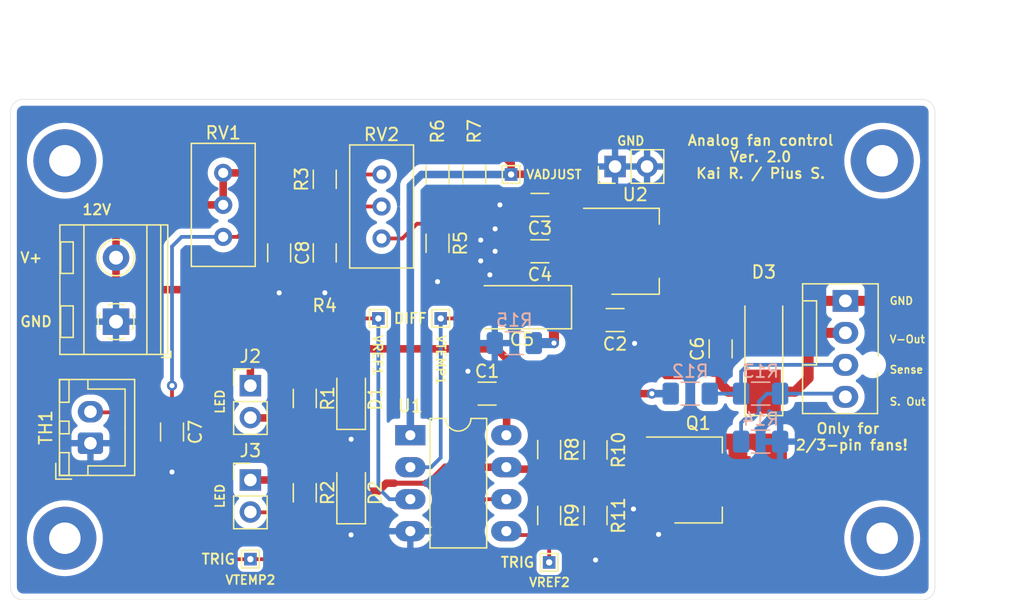
<source format=kicad_pcb>
(kicad_pcb (version 20211014) (generator pcbnew)
  (title_block (rev "1"))
  (layers (0 "F.Cu" signal "Front") (31 "B.Cu" signal "Back") (34 "B.Paste" user) (35 "F.Paste" user) (36 "B.SilkS" user "B.Silkscreen") (37 "F.SilkS" user "F.Silkscreen") (38 "B.Mask" user) (39 "F.Mask" user) (44 "Edge.Cuts" user))
  (net 0 "")
  (net 1 "GND")
  (net 2 "+12V")
  (net 3 "/SIG-Ref")
  (net 4 "/V-OUT")
  (net 5 "Net-(D1-Pad2)")
  (net 6 "Net-(J2-Pad2)")
  (net 7 "Net-(D2-Pad2)")
  (net 8 "/SIG_REF_TRIG")
  (net 9 "Net-(J3-Pad2)")
  (net 10 "Net-(R5-Pad1)")
  (net 11 "/SIG_Adjust")
  (net 12 "/SIG_TEMP(-)")
  (net 13 "/SIG_Temp")
  (net 14 "/SIG_REF(+)")
  (net 15 "Net-(Q1-Pad1)")
  (net 16 "/TRIG_ON_OFF")
  (net 17 "/Sense_Out")
  (net 18 "/Sense")
  (net 19 "Net-(C6-Pad2)")
  (footprint "Capacitor_SMD:C_1206_3216Metric_Pad1.33x1.80mm_HandSolder" (layer "F.Cu") (at 69.596 47.498 180)
    (fp_text reference "C3" (at 0 -1.85) (layer "F.SilkS"))
    (fp_text value "1u")
    (pad "1" smd roundrect (at -1.5625 0 180) (size 1.325 1.8) (layers "F.Cu" "F.Paste" "F.Mask") (roundrect_rratio 0.188679) (net 11 "/SIG_Adjust"))
    (pad "2" smd roundrect (at 1.5625 0 180) (size 1.325 1.8) (layers "F.Cu" "F.Paste" "F.Mask") (roundrect_rratio 0.188679) (net 1 "GND"))
  )
  (footprint "Resistor_SMD:R_1206_3216Metric_Pad1.30x1.75mm_HandSolder" (layer "F.Cu") (at 70.3326 66.929 -90)
    (fp_text reference "R8" (at 0 -1.82 90) (layer "F.SilkS"))
    (fp_text value "10k")
    (pad "1" smd roundrect (at -1.55 0 270) (size 1.3 1.75) (layers "F.Cu" "F.Paste" "F.Mask") (roundrect_rratio 0.192308) (net 15 "Net-(Q1-Pad1)"))
    (pad "2" smd roundrect (at 1.55 0 270) (size 1.3 1.75) (layers "F.Cu" "F.Paste" "F.Mask") (roundrect_rratio 0.192308) (net 16 "/TRIG_ON_OFF"))
  )
  (footprint "Potentiometer_THT:Potentiometer_Bourns_3296W_Vertical" (layer "F.Cu") (at 44.45 44.958 90)
    (fp_text reference "RV1" (at 3.175 0 180) (layer "F.SilkS"))
    (fp_text value "10k")
    (pad "1" thru_hole circle (at 0 0 90) (size 1.44 1.44) (drill 0.8) (layers *.Cu *.Mask) (net 2 "+12V"))
    (pad "2" thru_hole circle (at -2.54 0 90) (size 1.44 1.44) (drill 0.8) (layers *.Cu *.Mask) (net 2 "+12V"))
    (pad "3" thru_hole circle (at -5.08 0 90) (size 1.44 1.44) (drill 0.8) (layers *.Cu *.Mask) (net 13 "/SIG_Temp"))
  )
  (footprint "Capacitor_SMD:C_1206_3216Metric_Pad1.33x1.80mm_HandSolder" (layer "F.Cu") (at 75.565 56.642)
    (fp_text reference "C2" (at 0 1.905) (layer "F.SilkS"))
    (fp_text value "100n")
    (pad "1" smd roundrect (at -1.5625 0) (size 1.325 1.8) (layers "F.Cu" "F.Paste" "F.Mask") (roundrect_rratio 0.188679) (net 2 "+12V"))
    (pad "2" smd roundrect (at 1.5625 0) (size 1.325 1.8) (layers "F.Cu" "F.Paste" "F.Mask") (roundrect_rratio 0.188679) (net 1 "GND"))
  )
  (footprint "Potentiometer_THT:Potentiometer_Bourns_3296W_Vertical" (layer "F.Cu") (at 57.023 45.085 90)
    (fp_text reference "RV2" (at 3.175 0 180) (layer "F.SilkS"))
    (fp_text value "20k")
    (pad "1" thru_hole circle (at 0 0 90) (size 1.44 1.44) (drill 0.8) (layers *.Cu *.Mask) (net 3 "/SIG-Ref"))
    (pad "2" thru_hole circle (at -2.54 0 90) (size 1.44 1.44) (drill 0.8) (layers *.Cu *.Mask) (net 14 "/SIG_REF(+)"))
    (pad "3" thru_hole circle (at -5.08 0 90) (size 1.44 1.44) (drill 0.8) (layers *.Cu *.Mask) (net 10 "Net-(R5-Pad1)"))
  )
  (footprint "MountingHole:MountingHole_2.5mm_Pad" (layer "F.Cu") (at 96.774 43.9928)
    (fp_text reference "H2" hide)
    (fp_text value "MountingHole")
    (pad "1" thru_hole circle locked (at 0 0) (size 5 5) (drill 2.5) (layers *.Cu *.Mask))
  )
  (footprint "TerminalBlock_RND:TerminalBlock_RND_205-00232_1x02_P5.08mm_Horizontal" (layer "F.Cu") (at 35.941 56.769 90)
    (fp_text reference "J1" hide)
    (fp_text value "Conn_01x02")
    (pad "1" thru_hole rect locked (at 0 0 90) (size 2.1 2.1) (drill 1.1) (layers *.Cu *.Mask) (net 1 "GND"))
    (pad "2" thru_hole circle locked (at 5.08 0 90) (size 2.1 2.1) (drill 1.1) (layers *.Cu *.Mask) (net 2 "+12V"))
  )
  (footprint "Resistor_SMD:R_1206_3216Metric_Pad1.30x1.75mm_HandSolder" (layer "F.Cu") (at 70.3326 72.162 -90)
    (fp_text reference "R9" (at 0 -1.82 90) (layer "F.SilkS"))
    (fp_text value "270k")
    (pad "1" smd roundrect (at -1.55 0 270) (size 1.3 1.75) (layers "F.Cu" "F.Paste" "F.Mask") (roundrect_rratio 0.192308) (net 16 "/TRIG_ON_OFF"))
    (pad "2" smd roundrect (at 1.55 0 270) (size 1.3 1.75) (layers "F.Cu" "F.Paste" "F.Mask") (roundrect_rratio 0.192308) (net 8 "/SIG_REF_TRIG"))
  )
  (footprint "Resistor_SMD:R_1206_3216Metric_Pad1.30x1.75mm_HandSolder" (layer "F.Cu") (at 74.0156 72.162 -90)
    (fp_text reference "R11" (at 0 -1.82 90) (layer "F.SilkS"))
    (fp_text value "56k")
    (pad "1" smd roundrect (at -1.55 0 270) (size 1.3 1.75) (layers "F.Cu" "F.Paste" "F.Mask") (roundrect_rratio 0.192308) (net 8 "/SIG_REF_TRIG"))
    (pad "2" smd roundrect (at 1.55 0 270) (size 1.3 1.75) (layers "F.Cu" "F.Paste" "F.Mask") (roundrect_rratio 0.192308) (net 1 "GND"))
  )
  (footprint "Resistor_SMD:R_1206_3216Metric_Pad1.30x1.75mm_HandSolder" (layer "F.Cu") (at 74.0156 66.955 -90)
    (fp_text reference "R10" (at 0 -1.82 90) (layer "F.SilkS"))
    (fp_text value "47k")
    (pad "1" smd roundrect (at -1.55 0 270) (size 1.3 1.75) (layers "F.Cu" "F.Paste" "F.Mask") (roundrect_rratio 0.192308) (net 2 "+12V"))
    (pad "2" smd roundrect (at 1.55 0 270) (size 1.3 1.75) (layers "F.Cu" "F.Paste" "F.Mask") (roundrect_rratio 0.192308) (net 8 "/SIG_REF_TRIG"))
  )
  (footprint "TestPoint:TestPoint_THTPad_1.0x1.0mm_Drill0.5mm" (layer "F.Cu") (at 46.609 75.6285)
    (fp_text reference "TP5" hide)
    (fp_text value "TestPoint" hide)
    (pad "1" thru_hole rect (at 0 0) (size 1 1) (drill 0.5) (layers *.Cu *.Mask) (net 13 "/SIG_Temp"))
  )
  (footprint "TestPoint:TestPoint_THTPad_1.0x1.0mm_Drill0.5mm" (layer "F.Cu") (at 70.3326 75.8825)
    (fp_text reference "TP4" hide)
    (fp_text value "TestPoint" hide)
    (pad "1" thru_hole rect (at 0 0) (size 1 1) (drill 0.5) (layers *.Cu *.Mask) (net 8 "/SIG_REF_TRIG"))
  )
  (footprint "Resistor_SMD:R_1206_3216Metric_Pad1.30x1.75mm_HandSolder" (layer "F.Cu") (at 64.389 45.085 -90)
    (fp_text reference "R7" (at -3.429 0 90) (layer "F.SilkS"))
    (fp_text value "68k")
    (pad "1" smd roundrect (at -1.55 0 270) (size 1.3 1.75) (layers "F.Cu" "F.Paste" "F.Mask") (roundrect_rratio 0.192308) (net 11 "/SIG_Adjust"))
    (pad "2" smd roundrect (at 1.55 0 270) (size 1.3 1.75) (layers "F.Cu" "F.Paste" "F.Mask") (roundrect_rratio 0.192308) (net 12 "/SIG_TEMP(-)"))
  )
  (footprint "Resistor_SMD:R_1206_3216Metric_Pad1.30x1.75mm_HandSolder" (layer "F.Cu") (at 61.468 50.546 -90)
    (fp_text reference "R5" (at 0 -1.82 90) (layer "F.SilkS"))
    (fp_text value "82k")
    (pad "1" smd roundrect (at -1.55 0 270) (size 1.3 1.75) (layers "F.Cu" "F.Paste" "F.Mask") (roundrect_rratio 0.192308) (net 10 "Net-(R5-Pad1)"))
    (pad "2" smd roundrect (at 1.55 0 270) (size 1.3 1.75) (layers "F.Cu" "F.Paste" "F.Mask") (roundrect_rratio 0.192308) (net 1 "GND"))
  )
  (footprint "MountingHole:MountingHole_2.5mm_Pad" (layer "F.Cu") (at 31.877 73.9648)
    (fp_text reference "H3" hide)
    (fp_text value "MountingHole")
    (pad "1" thru_hole circle locked (at 0 0) (size 5 5) (drill 2.5) (layers *.Cu *.Mask))
  )
  (footprint "TestPoint:TestPoint_THTPad_1.0x1.0mm_Drill0.5mm" (layer "F.Cu") (at 67.31 45.085)
    (fp_text reference "TP3" hide)
    (fp_text value "TestPoint" hide)
    (pad "1" thru_hole rect (at 0 0) (size 1 1) (drill 0.5) (layers *.Cu *.Mask) (net 11 "/SIG_Adjust"))
  )
  (footprint "Connector_PinHeader_2.54mm:PinHeader_1x02_P2.54mm_Vertical" (layer "F.Cu") (at 46.609 69.342)
    (fp_text reference "J3" (at 0 -2.33) (layer "F.SilkS"))
    (fp_text value "Conn_01x02")
    (pad "1" thru_hole rect (at 0 0) (size 1.7 1.7) (drill 1) (layers *.Cu *.Mask) (net 16 "/TRIG_ON_OFF"))
    (pad "2" thru_hole oval (at 0 2.54) (size 1.7 1.7) (drill 1) (layers *.Cu *.Mask) (net 9 "Net-(J3-Pad2)"))
  )
  (footprint "Connector_JST:JST_XH_B2B-XH-A_1x02_P2.50mm_Vertical" (layer "F.Cu") (at 33.909 66.421 90)
    (fp_text reference "TH1" (at 1.25 -3.55 90) (layer "F.SilkS"))
    (fp_text value "10k")
    (pad "1" thru_hole roundrect locked (at 0 0 90) (size 1.7 2) (drill 1) (layers *.Cu *.Mask) (roundrect_rratio 0.147059) (net 1 "GND"))
    (pad "2" thru_hole oval locked (at 2.5 0 90) (size 1.7 2) (drill 1) (layers *.Cu *.Mask) (net 13 "/SIG_Temp"))
  )
  (footprint "Package_TO_SOT_SMD:SOT-223-3_TabPin2" (layer "F.Cu") (at 82.169 69.342)
    (fp_text reference "Q1" (at 0 -4.5) (layer "F.SilkS"))
    (fp_text value "BCP56")
    (pad "1" smd rect (at -3.15 -2.3) (size 2 1.5) (layers "F.Cu" "F.Paste" "F.Mask") (net 15 "Net-(Q1-Pad1)"))
    (pad "2" smd rect (at -3.15 0) (size 2 1.5) (layers "F.Cu" "F.Paste" "F.Mask") (net 19 "Net-(C6-Pad2)"))
    (pad "2" smd rect (at 3.15 0) (size 2 3.8) (layers "F.Cu" "F.Paste" "F.Mask") (net 19 "Net-(C6-Pad2)"))
    (pad "3" smd rect (at -3.15 2.3) (size 2 1.5) (layers "F.Cu" "F.Paste" "F.Mask") (net 1 "GND"))
  )
  (footprint "LED_SMD:LED_1206_3216Metric_Pad1.42x1.75mm_HandSolder" (layer "F.Cu") (at 54.61 70.358 90)
    (fp_text reference "D2" (at 0 1.905 90) (layer "F.SilkS"))
    (fp_text value "LED")
    (pad "1" smd roundrect (at -1.4875 0 90) (size 1.425 1.75) (layers "F.Cu" "F.Paste" "F.Mask") (roundrect_rratio 0.175439) (net 1 "GND"))
    (pad "2" smd roundrect (at 1.4875 0 90) (size 1.425 1.75) (layers "F.Cu" "F.Paste" "F.Mask") (roundrect_rratio 0.175439) (net 7 "Net-(D2-Pad2)"))
  )
  (footprint "Resistor_SMD:R_1206_3216Metric_Pad1.30x1.75mm_HandSolder" (layer "F.Cu") (at 50.927 70.358 -90)
    (fp_text reference "R2" (at 0 -1.82 90) (layer "F.SilkS"))
    (fp_text value "15k")
    (pad "1" smd roundrect (at -1.55 0 270) (size 1.3 1.75) (layers "F.Cu" "F.Paste" "F.Mask") (roundrect_rratio 0.192308) (net 7 "Net-(D2-Pad2)"))
    (pad "2" smd roundrect (at 1.55 0 270) (size 1.3 1.75) (layers "F.Cu" "F.Paste" "F.Mask") (roundrect_rratio 0.192308) (net 9 "Net-(J3-Pad2)"))
  )
  (footprint "LED_SMD:LED_1206_3216Metric_Pad1.42x1.75mm_HandSolder" (layer "F.Cu") (at 54.61 62.865 90)
    (fp_text reference "D1" (at 0 1.905 90) (layer "F.SilkS"))
    (fp_text value "LED")
    (pad "1" smd roundrect (at -1.4875 0 90) (size 1.425 1.75) (layers "F.Cu" "F.Paste" "F.Mask") (roundrect_rratio 0.175439) (net 1 "GND"))
    (pad "2" smd roundrect (at 1.4875 0 90) (size 1.425 1.75) (layers "F.Cu" "F.Paste" "F.Mask") (roundrect_rratio 0.175439) (net 5 "Net-(D1-Pad2)"))
  )
  (footprint "Resistor_SMD:R_1206_3216Metric_Pad1.30x1.75mm_HandSolder" (layer "F.Cu") (at 50.927 62.865 -90)
    (fp_text reference "R1" (at 0 -1.82 90) (layer "F.SilkS"))
    (fp_text value "15k")
    (pad "1" smd roundrect (at -1.55 0 270) (size 1.3 1.75) (layers "F.Cu" "F.Paste" "F.Mask") (roundrect_rratio 0.192308) (net 5 "Net-(D1-Pad2)"))
    (pad "2" smd roundrect (at 1.55 0 270) (size 1.3 1.75) (layers "F.Cu" "F.Paste" "F.Mask") (roundrect_rratio 0.192308) (net 6 "Net-(J2-Pad2)"))
  )
  (footprint "Capacitor_SMD:C_1206_3216Metric_Pad1.33x1.80mm_HandSolder" (layer "F.Cu") (at 65.405 62.484 180)
    (fp_text reference "C1" (at 0 1.778) (layer "F.SilkS"))
    (fp_text value "100n")
    (pad "1" smd roundrect (at -1.5625 0 180) (size 1.325 1.8) (layers "F.Cu" "F.Paste" "F.Mask") (roundrect_rratio 0.188679) (net 2 "+12V"))
    (pad "2" smd roundrect (at 1.5625 0 180) (size 1.325 1.8) (layers "F.Cu" "F.Paste" "F.Mask") (roundrect_rratio 0.188679) (net 1 "GND"))
  )
  (footprint "Package_DIP:DIP-8_W7.62mm_LongPads" (layer "F.Cu") (at 59.309 65.786)
    (fp_text reference "U1" (at 0 -2.33) (layer "F.SilkS"))
    (fp_text value "LM358")
    (pad "1" thru_hole rect (at 0 0) (size 2.4 1.6) (drill 0.8) (layers *.Cu *.Mask) (net 11 "/SIG_Adjust"))
    (pad "2" thru_hole oval (at 0 2.54) (size 2.4 1.6) (drill 0.8) (layers *.Cu *.Mask) (net 12 "/SIG_TEMP(-)"))
    (pad "3" thru_hole oval (at 0 5.08) (size 2.4 1.6) (drill 0.8) (layers *.Cu *.Mask) (net 14 "/SIG_REF(+)"))
    (pad "4" thru_hole oval (at 0 7.62) (size 2.4 1.6) (drill 0.8) (layers *.Cu *.Mask) (net 1 "GND"))
    (pad "5" thru_hole oval (at 7.62 7.62) (size 2.4 1.6) (drill 0.8) (layers *.Cu *.Mask) (net 8 "/SIG_REF_TRIG"))
    (pad "6" thru_hole oval (at 7.62 5.08) (size 2.4 1.6) (drill 0.8) (layers *.Cu *.Mask) (net 13 "/SIG_Temp"))
    (pad "7" thru_hole oval (at 7.62 2.54) (size 2.4 1.6) (drill 0.8) (layers *.Cu *.Mask) (net 16 "/TRIG_ON_OFF"))
    (pad "8" thru_hole oval (at 7.62 0) (size 2.4 1.6) (drill 0.8) (layers *.Cu *.Mask) (net 2 "+12V"))
  )
  (footprint "MountingHole:MountingHole_2.5mm_Pad" (layer "F.Cu") (at 96.774 73.9648)
    (fp_text reference "H4" hide)
    (fp_text value "MountingHole")
    (pad "1" thru_hole circle locked (at 0 0) (size 5 5) (drill 2.5) (layers *.Cu *.Mask))
  )
  (footprint "MountingHole:MountingHole_2.5mm_Pad" (layer "F.Cu") (at 31.877 43.9928)
    (fp_text reference "H1" hide)
    (fp_text value "MountingHole")
    (pad "1" thru_hole circle locked (at 0 0) (size 5 5) (drill 2.5) (layers *.Cu *.Mask))
  )
  (footprint "Connector:FanPinHeader_1x04_P2.54mm_Vertical" (layer "F.Cu") (at 93.853 55.118 -90)
    (fp_text reference "J4" hide)
    (fp_text value "Conn_01x04_Male")
    (pad "" np_thru_hole circle locked (at 5.08 -2.16) (size 1.1 1.1) (drill 1.1) (layers *.Cu *.Mask))
    (pad "1" thru_hole rect locked (at 0 0) (size 2.03 1.73) (drill 1.02) (layers *.Cu *.Mask) (net 19 "Net-(C6-Pad2)"))
    (pad "2" thru_hole oval locked (at 2.54 0) (size 2.03 1.73) (drill 1.02) (layers *.Cu *.Mask) (net 4 "/V-OUT"))
    (pad "3" thru_hole oval locked (at 5.08 0) (size 2.03 1.73) (drill 1.02) (layers *.Cu *.Mask) (net 18 "/Sense"))
    (pad "4" thru_hole oval locked (at 7.62 0) (size 2.03 1.73) (drill 1.02) (layers *.Cu *.Mask) (net 17 "/Sense_Out"))
  )
  (footprint "Diode_SMD:D_MELF_Handsoldering" (layer "F.Cu") (at 87.376 58.928 90)
    (fp_text reference "D3" (at 6.096 0 180) (layer "F.SilkS"))
    (fp_text value "1N4001")
    (pad "1" smd rect (at -3.4 0 90) (size 3.5 2.7) (layers "F.Cu" "F.Paste" "F.Mask") (net 4 "/V-OUT"))
    (pad "2" smd rect (at 3.4 0 90) (size 3.5 2.7) (layers "F.Cu" "F.Paste" "F.Mask") (net 19 "Net-(C6-Pad2)"))
  )
  (footprint "TestPoint:TestPoint_THTPad_1.0x1.0mm_Drill0.5mm" (layer "F.Cu") (at 56.769 56.515)
    (fp_text reference "TP2" hide)
    (fp_text value "TestPoint")
    (pad "1" thru_hole rect (at 0 0) (size 1 1) (drill 0.5) (layers *.Cu *.Mask) (net 14 "/SIG_REF(+)"))
  )
  (footprint "Capacitor_SMD:C_1206_3216Metric_Pad1.33x1.80mm_HandSolder" (layer "F.Cu") (at 83.947 58.928 90)
    (fp_text reference "C6" (at 0 -1.85 90) (layer "F.SilkS"))
    (fp_text value "100n")
    (pad "1" smd roundrect (at -1.5625 0 90) (size 1.325 1.8) (layers "F.Cu" "F.Paste" "F.Mask") (roundrect_rratio 0.188679) (net 4 "/V-OUT"))
    (pad "2" smd roundrect (at 1.5625 0 90) (size 1.325 1.8) (layers "F.Cu" "F.Paste" "F.Mask") (roundrect_rratio 0.188679) (net 19 "Net-(C6-Pad2)"))
  )
  (footprint "Capacitor_SMD:C_1206_3216Metric_Pad1.33x1.80mm_HandSolder" (layer "F.Cu") (at 40.386 65.532 -90)
    (fp_text reference "C7" (at 0 -1.85 90) (layer "F.SilkS"))
    (fp_text value "10n")
    (pad "1" smd roundrect (at -1.5625 0 270) (size 1.325 1.8) (layers "F.Cu" "F.Paste" "F.Mask") (roundrect_rratio 0.188679) (net 13 "/SIG_Temp"))
    (pad "2" smd roundrect (at 1.5625 0 270) (size 1.325 1.8) (layers "F.Cu" "F.Paste" "F.Mask") (roundrect_rratio 0.188679) (net 1 "GND"))
  )
  (footprint "Resistor_SMD:R_1206_3216Metric_Pad1.30x1.75mm_HandSolder" (layer "F.Cu") (at 52.51196 51.31054 -90)
    (fp_text reference "R4" (at 4.18846 0.01016 180) (layer "F.SilkS"))
    (fp_text value "100k")
    (pad "1" smd roundrect (at -1.55 0 270) (size 1.3 1.75) (layers "F.Cu" "F.Paste" "F.Mask") (roundrect_rratio 0.192308) (net 3 "/SIG-Ref"))
    (pad "2" smd roundrect (at 1.55 0 270) (size 1.3 1.75) (layers "F.Cu" "F.Paste" "F.Mask") (roundrect_rratio 0.192308) (net 1 "GND"))
  )
  (footprint "Connector_PinHeader_2.54mm:PinHeader_1x02_P2.54mm_Vertical" (layer "F.Cu") (at 46.609 61.849)
    (fp_text reference "J2" (at 0 -2.33) (layer "F.SilkS"))
    (fp_text value "Conn_01x02")
    (pad "1" thru_hole rect (at 0 0) (size 1.7 1.7) (drill 1) (layers *.Cu *.Mask) (net 2 "+12V"))
    (pad "2" thru_hole oval (at 0 2.54) (size 1.7 1.7) (drill 1) (layers *.Cu *.Mask) (net 6 "Net-(J2-Pad2)"))
  )
  (footprint "Resistor_SMD:R_1206_3216Metric_Pad1.30x1.75mm_HandSolder" (layer "F.Cu") (at 52.5145 45.466 -90)
    (fp_text reference "R3" (at 0 1.8415 90) (layer "F.SilkS"))
    (fp_text value "47k")
    (pad "1" smd roundrect (at -1.55 0 270) (size 1.3 1.75) (layers "F.Cu" "F.Paste" "F.Mask") (roundrect_rratio 0.192308) (net 2 "+12V"))
    (pad "2" smd roundrect (at 1.55 0 270) (size 1.3 1.75) (layers "F.Cu" "F.Paste" "F.Mask") (roundrect_rratio 0.192308) (net 3 "/SIG-Ref"))
  )
  (footprint "TestPoint:TestPoint_THTPad_1.0x1.0mm_Drill0.5mm" (layer "F.Cu") (at 61.722 56.515)
    (fp_text reference "TP1" hide)
    (fp_text value "TestPoint" hide)
    (pad "1" thru_hole rect (at 0 0) (size 1 1) (drill 0.5) (layers *.Cu *.Mask) (net 12 "/SIG_TEMP(-)"))
  )
  (footprint "Package_TO_SOT_SMD:SOT-223-3_TabPin2" (layer "F.Cu") (at 77.1652 51.181)
    (fp_text reference "U2" (at 0 -4.5) (layer "F.SilkS"))
    (fp_text value "LM317_SOT-223")
    (pad "1" smd rect (at -3.15 -2.3) (size 2 1.5) (layers "F.Cu" "F.Paste" "F.Mask") (net 11 "/SIG_Adjust"))
    (pad "2" smd rect (at -3.15 0) (size 2 1.5) (layers "F.Cu" "F.Paste" "F.Mask") (net 4 "/V-OUT"))
    (pad "2" smd rect (at 3.15 0) (size 2 3.8) (layers "F.Cu" "F.Paste" "F.Mask") (net 4 "/V-OUT"))
    (pad "3" smd rect (at -3.15 2.3) (size 2 1.5) (layers "F.Cu" "F.Paste" "F.Mask") (net 2 "+12V"))
  )
  (footprint "Capacitor_SMD:C_1206_3216Metric_Pad1.33x1.80mm_HandSolder" (layer "F.Cu") (at 48.895 51.308 -90)
    (fp_text reference "C8" (at 0 -1.85 90) (layer "F.SilkS"))
    (fp_text value "10n")
    (pad "1" smd roundrect (at -1.5625 0 270) (size 1.325 1.8) (layers "F.Cu" "F.Paste" "F.Mask") (roundrect_rratio 0.188679) (net 3 "/SIG-Ref"))
    (pad "2" smd roundrect (at 1.5625 0 270) (size 1.325 1.8) (layers "F.Cu" "F.Paste" "F.Mask") (roundrect_rratio 0.188679) (net 1 "GND"))
  )
  (footprint "Resistor_SMD:R_1206_3216Metric_Pad1.30x1.75mm_HandSolder" (layer "F.Cu") (at 61.468 45.085 -90)
    (fp_text reference "R6" (at -3.429 0 90) (layer "F.SilkS"))
    (fp_text value "33k")
    (pad "1" smd roundrect (at -1.55 0 270) (size 1.3 1.75) (layers "F.Cu" "F.Paste" "F.Mask") (roundrect_rratio 0.192308) (net 13 "/SIG_Temp"))
    (pad "2" smd roundrect (at 1.55 0 270) (size 1.3 1.75) (layers "F.Cu" "F.Paste" "F.Mask") (roundrect_rratio 0.192308) (net 12 "/SIG_TEMP(-)"))
  )
  (footprint "Capacitor_SMD:C_1206_3216Metric_Pad1.33x1.80mm_HandSolder" (layer "F.Cu") (at 69.596 51.181 180)
    (fp_text reference "C4" (at 0 -1.85) (layer "F.SilkS"))
    (fp_text value "100n")
    (pad "1" smd roundrect (at -1.5625 0 180) (size 1.325 1.8) (layers "F.Cu" "F.Paste" "F.Mask") (roundrect_rratio 0.188679) (net 4 "/V-OUT"))
    (pad "2" smd roundrect (at 1.5625 0 180) (size 1.325 1.8) (layers "F.Cu" "F.Paste" "F.Mask") (roundrect_rratio 0.188679) (net 1 "GND"))
  )
  (footprint "Capacitor_Tantalum_SMD:CP_EIA-6032-28_Kemet-C_Pad2.25x2.35mm_HandSolder" (layer "F.Cu") (at 68.1736 55.626 180)
    (fp_text reference "C5" (at 0 -2.55) (layer "F.SilkS"))
    (fp_text value "10u")
    (pad "1" smd roundrect (at -2.55 0 180) (size 2.25 2.35) (layers "F.Cu" "F.Paste" "F.Mask") (roundrect_rratio 0.111111) (net 4 "/V-OUT"))
    (pad "2" smd roundrect (at 2.55 0 180) (size 2.25 2.35) (layers "F.Cu" "F.Paste" "F.Mask") (roundrect_rratio 0.111111) (net 1 "GND"))
  )
  (footprint "Connector_PinHeader_2.54mm:PinHeader_1x02_P2.54mm_Vertical" (layer "F.Cu") (at 75.565 44.45 90)
    (fp_text reference "REF**" hide)
    (fp_text value "PinHeader_1x02_P2.54mm_Vertical")
    (pad "1" thru_hole rect (at 0 0 90) (size 1.7 1.7) (drill 1) (layers *.Cu *.Mask) (net 1 "GND"))
    (pad "2" thru_hole oval (at 0 2.54 90) (size 1.7 1.7) (drill 1) (layers *.Cu *.Mask) (net 1 "GND"))
  )
  (footprint "Resistor_SMD:R_1206_3216Metric_Pad1.30x1.75mm_HandSolder" (layer "B.Cu") (at 87.122 62.484)
    (fp_text reference "R13" (at 0 -1.778) (layer "B.SilkS") (effects (justify mirror)))
    (fp_text value "10k")
    (pad "1" smd roundrect (at -1.55 0) (size 1.3 1.75) (layers "B.Cu" "B.Paste" "B.Mask") (roundrect_rratio 0.192308) (net 18 "/Sense"))
    (pad "2" smd roundrect (at 1.55 0) (size 1.3 1.75) (layers "B.Cu" "B.Paste" "B.Mask") (roundrect_rratio 0.192308) (net 17 "/Sense_Out"))
  )
  (footprint "Resistor_SMD:R_1206_3216Metric_Pad1.30x1.75mm_HandSolder" (layer "B.Cu") (at 87.122 66.294)
    (fp_text reference "R14" (at 0 -1.778) (layer "B.SilkS") (effects (justify mirror)))
    (fp_text value "10k")
    (pad "1" smd roundrect (at -1.55 0) (size 1.3 1.75) (layers "B.Cu" "B.Paste" "B.Mask") (roundrect_rratio 0.192308) (net 17 "/Sense_Out"))
    (pad "2" smd roundrect (at 1.55 0) (size 1.3 1.75) (layers "B.Cu" "B.Paste" "B.Mask") (roundrect_rratio 0.192308) (net 1 "GND"))
  )
  (footprint "Resistor_SMD:R_1206_3216Metric_Pad1.30x1.75mm_HandSolder" (layer "B.Cu") (at 81.534 62.484)
    (fp_text reference "R12" (at 0 -1.778) (layer "B.SilkS") (effects (justify mirror)))
    (fp_text value "4k7")
    (pad "1" smd roundrect (at -1.55 0) (size 1.3 1.75) (layers "B.Cu" "B.Paste" "B.Mask") (roundrect_rratio 0.192308) (net 2 "+12V"))
    (pad "2" smd roundrect (at 1.55 0) (size 1.3 1.75) (layers "B.Cu" "B.Paste" "B.Mask") (roundrect_rratio 0.192308) (net 18 "/Sense"))
  )
  (footprint "Resistor_SMD:R_1206_3216Metric_Pad1.30x1.75mm_HandSolder" (layer "B.Cu") (at 67.564 58.4708 180)
    (fp_text reference "R15" (at 0 1.82) (layer "B.SilkS") (effects (justify mirror)))
    (fp_text value "100k")
    (pad "1" smd roundrect (at -1.55 0 180) (size 1.3 1.75) (layers "B.Cu" "B.Paste" "B.Mask") (roundrect_rratio 0.192308) (net 4 "/V-OUT"))
    (pad "2" smd roundrect (at 1.55 0 180) (size 1.3 1.75) (layers "B.Cu" "B.Paste" "B.Mask") (roundrect_rratio 0.192308) (net 1 "GND"))
  )
  (gr_line (start 27.559 40.132) (end 27.559 77.851) (layer "Edge.Cuts") (width 0.0381))
  (gr_line (start 28.575 39.116) (end 99.949 39.116) (layer "Edge.Cuts") (width 0.0381))
  (gr_line (start 100.965 40.132) (end 100.965 77.851) (layer "Edge.Cuts") (width 0.0381))
  (gr_arc (start 99.949 39.116) (mid 100.66742 39.41358) (end 100.965 40.132) (layer "Edge.Cuts") (width 0.0381))
  (gr_arc (start 100.965 77.851) (mid 100.66742 78.56942) (end 99.949 78.867) (layer "Edge.Cuts") (width 0.0381))
  (gr_line (start 99.949 78.867) (end 28.575 78.867) (layer "Edge.Cuts") (width 0.0381))
  (gr_arc (start 27.559 40.132) (mid 27.85658 39.41358) (end 28.575 39.116) (layer "Edge.Cuts") (width 0.0381))
  (gr_arc (start 28.575 78.867) (mid 27.85658 78.56942) (end 27.559 77.851) (layer "Edge.Cuts") (width 0.0381))
  (gr_text "Only for \n2/3-pin fans!" (at 94.361 65.913) (layer "F.SilkS") (effects (font (size 0.8128 0.8128) (thickness 0.1524))))
  (gr_text "V-Out" (at 98.769429 58.166) (layer "F.SilkS") (effects (font (size 0.6 0.6) (thickness 0.12))))
  (gr_text "S. Out" (at 98.798 63.119) (layer "F.SilkS") (effects (font (size 0.6 0.6) (thickness 0.12))))
  (gr_text "GND" (at 98.298 55.118) (layer "F.SilkS") (effects (font (size 0.6 0.6) (thickness 0.12))))
  (gr_text "Sense" (at 98.698 60.579) (layer "F.SilkS") (effects (font (size 0.6 0.6) (thickness 0.12))))
  (gr_text "TRIG" (at 44.069 75.6285) (layer "F.SilkS") (effects (font (size 0.8128 0.8128) (thickness 0.1524))))
  (gr_text "DIFF" (at 59.309 56.515) (layer "F.SilkS") (effects (font (size 0.8128 0.8128) (thickness 0.1524))))
  (gr_text "VREF2" (at 70.358 77.47) (layer "F.SilkS") (effects (font (size 0.7 0.7) (thickness 0.14))))
  (gr_text "TRIG" (at 67.818 75.8825) (layer "F.SilkS") (effects (font (size 0.8128 0.8128) (thickness 0.1524))))
  (gr_text "Analog fan control\nVer. 2.0\nKai R. / Pius S." (at 87.122 43.688) (layer "F.SilkS") (effects (font (size 0.8128 0.8128) (thickness 0.1524))))
  (gr_text "VADJUST\n" (at 70.7136 45.085) (layer "F.SilkS") (effects (font (size 0.7 0.7) (thickness 0.14))))
  (gr_text "GND" (at 76.8096 42.418) (layer "F.SilkS") (effects (font (size 0.7 0.7) (thickness 0.14))))
  (gr_text "LED" (at 44.196 63.119 90) (layer "F.SilkS") (effects (font (size 0.7 0.7) (thickness 0.14))))
  (gr_text "VTEMP1" (at 61.722 59.817 270) (layer "F.SilkS") (effects (font (size 0.7 0.7) (thickness 0.14))))
  (gr_text "GND" (at 29.591 56.769) (layer "F.SilkS") (effects (font (size 0.8128 0.8128) (thickness 0.1524))))
  (gr_text "VTEMP2\n" (at 46.609 77.2795) (layer "F.SilkS") (effects (font (size 0.7 0.7) (thickness 0.14))))
  (gr_text "VREF1" (at 56.7055 59.436 270) (layer "F.SilkS") (effects (font (size 0.7 0.7) (thickness 0.14))))
  (gr_text "12V" (at 34.417 47.879) (layer "F.SilkS") (effects (font (size 0.8128 0.8128) (thickness 0.1524))))
  (gr_text "LED" (at 44.196 70.612 90) (layer "F.SilkS") (effects (font (size 0.7 0.7) (thickness 0.14))))
  (gr_text "V+" (at 29.21 51.689) (layer "F.SilkS") (effects (font (size 0.8128 0.8128) (thickness 0.1524))))
  (segment (start 48.895 52.8705) (end 48.895 54.483) (width 0.6) (layer "F.Cu") (net 1))
  (segment (start 52.51196 52.86054) (end 52.51196 54.46776) (width 0.6) (layer "F.Cu") (net 1))
  (segment (start 52.51196 54.46776) (end 52.51958 54.47538) (width 0.6) (layer "F.Cu") (net 1))
  (segment (start 79.019 71.642) (end 79.019 73.66) (width 0.6) (layer "F.Cu") (net 1))
  (segment (start 61.468 52.096) (end 61.468 53.594) (width 0.6) (layer "F.Cu") (net 1))
  (segment (start 74.0156 73.712) (end 74.0156 75.692) (width 0.6) (layer "F.Cu") (net 1))
  (segment (start 54.61 64.3525) (end 54.61 66.10599) (width 0.6) (layer "F.Cu") (net 1))
  (segment (start 68.0335 51.181) (end 66.04 51.181) (width 0.6) (layer "F.Cu") (net 1))
  (segment (start 63.881 60.706) (end 63.881 62.4832) (width 0.6) (layer "F.Cu") (net 1))
  (segment (start 77.1275 56.642) (end 77.1275 58.4831) (width 0.6) (layer "F.Cu") (net 1))
  (segment (start 54.59984 71.85566) (end 54.61 71.8455) (width 0.6) (layer "F.Cu") (net 1))
  (segment (start 40.386 67.0945) (end 40.386 68.707) (width 0.6) (layer "F.Cu") (net 1))
  (segment (start 65.6236 55.626) (end 65.6236 53.0506) (width 0.6) (layer "F.Cu") (net 1))
  (segment (start 79.019 71.642) (end 77.0255 71.642) (width 0.6) (layer "F.Cu") (net 1))
  (segment (start 77.1275 58.4831) (end 77.1144 58.4962) (width 0.6) (layer "F.Cu") (net 1))
  (segment (start 68.0335 47.498) (end 66.421 47.498) (width 0.6) (layer "F.Cu") (net 1))
  (segment (start 54.59984 73.70064) (end 54.59984 71.85566) (width 0.6) (layer "F.Cu") (net 1))
  (via (at 48.895 54.483) (size 0.8) (drill 0.4) (layers "F.Cu" "B.Cu") (net 1))
  (via (at 52.51958 54.47538) (size 0.8) (drill 0.4) (layers "F.Cu" "B.Cu") (net 1))
  (via (at 64.897 51.943) (size 0.8) (drill 0.4) (layers "F.Cu" "B.Cu") (net 1))
  (via (at 79.019 73.66) (size 0.8) (drill 0.4) (layers "F.Cu" "B.Cu") (net 1))
  (via (at 77.1144 58.4962) (size 0.8) (drill 0.4) (layers "F.Cu" "B.Cu") (net 1))
  (via (at 54.59984 73.70064) (size 0.8) (drill 0.4) (layers "F.Cu" "B.Cu") (net 1))
  (via (at 65.6236 53.0506) (size 0.8) (drill 0.4) (layers "F.Cu" "B.Cu") (net 1))
  (via (at 74.0156 75.692) (size 0.8) (drill 0.4) (layers "F.Cu" "B.Cu") (net 1))
  (via (at 77.0255 71.642) (size 0.8) (drill 0.4) (layers "F.Cu" "B.Cu") (net 1))
  (via (at 64.897 50.292) (size 0.8) (drill 0.4) (layers "F.Cu" "B.Cu") (net 1))
  (via (at 54.61 66.10599) (size 0.8) (drill 0.4) (layers "F.Cu" "B.Cu") (net 1))
  (via (at 40.386 68.707) (size 0.8) (drill 0.4) (layers "F.Cu" "B.Cu") (net 1))
  (via (at 66.04 49.403) (size 0.8) (drill 0.4) (layers "F.Cu" "B.Cu") (net 1))
  (via (at 63.881 60.706) (size 0.8) (drill 0.4) (layers "F.Cu" "B.Cu") (net 1))
  (via (at 66.04 51.181) (size 0.8) (drill 0.4) (layers "F.Cu" "B.Cu") (net 1))
  (via (at 61.468 53.594) (size 0.8) (drill 0.4) (layers "F.Cu" "B.Cu") (net 1))
  (via (at 66.421 47.498) (size 0.8) (drill 0.4) (layers "F.Cu" "B.Cu") (net 1))
  (segment (start 48.921 43.916) (end 52.5145 43.916) (width 0.6) (layer "F.Cu") (net 2))
  (segment (start 47.879 44.958) (end 48.921 43.916) (width 0.6) (layer "F.Cu") (net 2))
  (segment (start 66.9544 65.7606) (end 66.9544 62.4971) (width 0.6) (layer "F.Cu") (net 2))
  (segment (start 74.0025 62.3185) (end 74.168 62.484) (width 0.6) (layer "F.Cu") (net 2))
  (segment (start 36.576 54.229) (end 35.941 53.594) (width 0.6) (layer "F.Cu") (net 2))
  (segment (start 66.929 62.484) (end 66.929 59.69) (width 0.6) (layer "F.Cu") (net 2))
  (segment (start 46.609 58.928) (end 46.609 56.007) (width 0.6) (layer "F.Cu") (net 2))
  (segment (start 66.9544 62.4971) (end 66.9675 62.484) (width 0.6) (layer "F.Cu") (net 2))
  (segment (start 74.0025 53.4937) (end 74.0152 53.481) (width 0.6) (layer "F.Cu") (net 2))
  (segment (start 66.929 65.786) (end 66.9544 65.7606) (width 0.6) (layer "F.Cu") (net 2))
  (segment (start 46.609 58.928) (end 46.609 61.849) (width 0.6) (layer "F.Cu") (net 2))
  (segment (start 44.45 44.958) (end 47.879 44.958) (width 0.6) (layer "F.Cu") (net 2))
  (segment (start 74.0025 56.642) (end 74.0025 53.4937) (width 0.6) (layer "F.Cu") (net 2))
  (segment (start 74.0156 62.3824) (end 74.041 62.357) (width 0.6) (layer "F.Cu") (net 2))
  (segment (start 35.941 53.594) (end 35.941 51.689) (width 0.6) (layer "F.Cu") (net 2))
  (segment (start 74.168 62.484) (end 66.929 62.484) (width 0.6) (layer "F.Cu") (net 2))
  (segment (start 74.0156 65.405) (end 74.0156 62.3824) (width 0.6) (layer "F.Cu") (net 2))
  (segment (start 35.941 48.514) (end 36.957 47.498) (width 0.6) (layer "F.Cu") (net 2))
  (segment (start 35.941 52.324) (end 35.941 48.514) (width 0.6) (layer "F.Cu") (net 2))
  (segment (start 74.168 62.484) (end 78.486 62.484) (width 0.6) (layer "F.Cu") (net 2))
  (segment (start 46.609 56.007) (end 44.831 54.229) (width 0.6) (layer "F.Cu") (net 2))
  (segment (start 44.831 54.229) (end 36.576 54.229) (width 0.6) (layer "F.Cu") (net 2))
  (segment (start 44.45 47.498) (end 44.45 44.958) (width 0.6) (layer "F.Cu") (net 2))
  (segment (start 36.957 47.498) (end 44.45 47.498) (width 0.6) (layer "F.Cu") (net 2))
  (segment (start 74.0025 56.642) (end 74.0025 62.3185) (width 0.6) (layer "F.Cu") (net 2))
  (segment (start 66.929 59.69) (end 66.167 58.928) (width 0.6) (layer "F.Cu") (net 2))
  (segment (start 66.167 58.928) (end 46.609 58.928) (width 0.6) (layer "F.Cu") (net 2))
  (via (at 78.486 62.484) (size 0.8) (drill 0.4) (layers "F.Cu" "B.Cu") (net 2))
  (segment (start 78.486 62.484) (end 79.984 62.484) (width 0.6) (layer "B.Cu") (net 2))
  (segment (start 52.5145 47.016) (end 52.5145 49.758) (width 0.3) (layer "F.Cu") (net 3))
  (segment (start 52.5145 49.758) (end 52.51196 49.76054) (width 0.3) (layer "F.Cu") (net 3))
  (segment (start 49.5675 47.016) (end 48.895 47.6885) (width 0.3) (layer "F.Cu") (net 3))
  (segment (start 48.895 47.6885) (end 48.895 49.7455) (width 0.3) (layer "F.Cu") (net 3))
  (segment (start 52.5145 47.016) (end 49.5675 47.016) (width 0.3) (layer "F.Cu") (net 3))
  (segment (start 53.695 47.016) (end 52.5145 47.016) (width 0.3) (layer "F.Cu") (net 3))
  (segment (start 57.023 45.085) (end 55.626 45.085) (width 0.3) (layer "F.Cu") (net 3))
  (segment (start 55.626 45.085) (end 53.695 47.016) (width 0.3) (layer "F.Cu") (net 3))
  (segment (start 71.1585 51.181) (end 74.0152 51.181) (width 0.8) (layer "F.Cu") (net 4))
  (segment (start 80.8613 60.4905) (end 80.3152 59.9444) (width 0.8) (layer "F.Cu") (net 4))
  (segment (start 80.3152 59.9444) (end 80.3152 51.181) (width 0.8) (layer "F.Cu") (net 4))
  (segment (start 90.932 61.243) (end 90.932 58.674) (width 0.8) (layer "F.Cu") (net 4))
  (segment (start 70.7136 58.4708) (end 70.7136 55.636) (width 0.8) (layer "F.Cu") (net 4))
  (segment (start 90.932 58.674) (end 91.948 57.658) (width 0.8) (layer "F.Cu") (net 4))
  (segment (start 83.947 61.722) (end 84.553 62.328) (width 0.8) (layer "F.Cu") (net 4))
  (segment (start 91.948 57.658) (end 93.853 57.658) (width 0.8) (layer "F.Cu") (net 4))
  (segment (start 83.947 60.4905) (end 83.947 61.722) (width 0.8) (layer "F.Cu") (net 4))
  (segment (start 87.376 62.328) (end 89.847 62.328) (width 0.8) (layer "F.Cu") (net 4))
  (segment (start 70.7136 55.636) (end 70.7236 55.626) (width 0.8) (layer "F.Cu") (net 4))
  (segment (start 89.847 62.328) (end 90.932 61.243) (width 0.8) (layer "F.Cu") (net 4))
  (segment (start 71.1585 55.1911) (end 70.7236 55.626) (width 0.8) (layer "F.Cu") (net 4))
  (segment (start 71.1585 51.181) (end 71.1585 55.1911) (width 0.8) (layer "F.Cu") (net 4))
  (segment (start 83.947 60.4905) (end 80.8613 60.4905) (width 0.8) (layer "F.Cu") (net 4))
  (segment (start 74.0152 51.181) (end 80.3152 51.181) (width 0.8) (layer "F.Cu") (net 4))
  (segment (start 84.553 62.328) (end 87.376 62.328) (width 0.8) (layer "F.Cu") (net 4))
  (via (at 70.7136 58.4708) (size 0.8) (drill 0.4) (layers "F.Cu" "B.Cu") (net 4))
  (segment (start 69.215 58.4708) (end 70.7136 58.4708) (width 0.8) (layer "B.Cu") (net 4))
  (segment (start 50.927 61.315) (end 54.5475 61.315) (width 0.3) (layer "F.Cu") (net 5))
  (segment (start 54.5475 61.315) (end 54.61 61.3775) (width 0.6) (layer "F.Cu") (net 5))
  (segment (start 50.927 64.415) (end 46.7366 64.415) (width 0.6) (layer "F.Cu") (net 6))
  (segment (start 46.7366 64.415) (end 46.736 64.4144) (width 0.6) (layer "F.Cu") (net 6))
  (segment (start 54.5475 68.808) (end 54.61 68.8705) (width 0.6) (layer "F.Cu") (net 7))
  (segment (start 50.927 68.808) (end 54.5475 68.808) (width 0.3) (layer "F.Cu") (net 7))
  (segment (start 70.3326 73.712) (end 70.3326 75.8825) (width 0.3) (layer "F.Cu") (net 8))
  (segment (start 70.993 73.712) (end 67.235 73.712) (width 0.3) (layer "F.Cu") (net 8))
  (segment (start 71.0946 72.136) (end 73.3806 72.136) (width 0.3) (layer "F.Cu") (net 8))
  (segment (start 73.3806 72.136) (end 74.0156 71.501) (width 0.3) (layer "F.Cu") (net 8))
  (segment (start 70.3326 72.898) (end 71.0946 72.136) (width 0.3) (layer "F.Cu") (net 8))
  (segment (start 74.0156 70.612) (end 74.0156 68.505) (width 0.3) (layer "F.Cu") (net 8))
  (segment (start 67.235 73.712) (end 66.929 73.406) (width 0.3) (layer "F.Cu") (net 8))
  (segment (start 70.3326 73.712) (end 70.3326 72.898) (width 0.3) (layer "F.Cu") (net 8))
  (segment (start 74.0156 71.501) (end 74.0156 70.612) (width 0.3) (layer "F.Cu") (net 8))
  (segment (start 46.609 71.882) (end 46.6344 71.9074) (width 0.3) (layer "F.Cu") (net 9))
  (segment (start 46.6344 71.9074) (end 50.9264 71.9074) (width 0.3) (layer "F.Cu") (net 9))
  (segment (start 59.843 48.996) (end 61.468 48.996) (width 0.3) (layer "F.Cu") (net 10))
  (segment (start 57.023 50.165) (end 58.674 50.165) (width 0.3) (layer "F.Cu") (net 10))
  (segment (start 58.674 50.165) (end 59.843 48.996) (width 0.3) (layer "F.Cu") (net 10))
  (segment (start 70.4596 45.0596) (end 67.31 45.0596) (width 0.6) (layer "F.Cu") (net 11))
  (segment (start 66.649 43.535) (end 64.389 43.535) (width 0.6) (layer "F.Cu") (net 11))
  (segment (start 73.406 47.498) (end 71.1585 47.498) (width 0.6) (layer "F.Cu") (net 11))
  (segment (start 74.0152 48.1072) (end 73.406 47.498) (width 0.6) (layer "F.Cu") (net 11))
  (segment (start 67.31 45.0596) (end 67.31 44.196) (width 0.6) (layer "F.Cu") (net 11))
  (segment (start 71.1585 45.7585) (end 70.4596 45.0596) (width 0.6) (layer "F.Cu") (net 11))
  (segment (start 74.0152 48.881) (end 74.0152 48.1072) (width 0.6) (layer "F.Cu") (net 11))
  (segment (start 71.1585 47.498) (end 71.1585 45.7585) (width 0.6) (layer "F.Cu") (net 11))
  (segment (start 67.31 44.196) (end 66.649 43.535) (width 0.6) (layer "F.Cu") (net 11))
  (segment (start 59.309 65.786) (end 59.309 45.974) (width 0.6) (layer "B.Cu") (net 11))
  (segment (start 60.198 45.085) (end 67.31 45.085) (width 0.6) (layer "B.Cu") (net 11))
  (segment (start 59.309 45.974) (end 60.198 45.085) (width 0.6) (layer "B.Cu") (net 11))
  (segment (start 63.373 49.022) (end 64.389 48.006) (width 0.3) (layer "F.Cu") (net 12))
  (segment (start 62.738 56.515) (end 63.373 55.88) (width 0.3) (layer "F.Cu") (net 12))
  (segment (start 63.373 55.88) (end 63.373 49.022) (width 0.3) (layer "F.Cu") (net 12))
  (segment (start 64.389 48.006) (end 64.389 46.635) (width 0.3) (layer "F.Cu") (net 12))
  (segment (start 61.722 56.515) (end 62.738 56.515) (width 0.3) (layer "F.Cu") (net 12))
  (segment (start 61.468 46.635) (end 64.389 46.635) (width 0.3) (layer "F.Cu") (net 12))
  (segment (start 61.722 67.564) (end 61.722 56.515) (width 0.3) (layer "B.Cu") (net 12))
  (segment (start 59.309 68.326) (end 60.96 68.326) (width 0.3) (layer "B.Cu") (net 12))
  (segment (start 60.96 68.326) (end 61.722 67.564) (width 0.3) (layer "B.Cu") (net 12))
  (segment (start 43.307 75.057) (end 43.8785 75.6285) (width 0.3) (layer "F.Cu") (net 13))
  (segment (start 33.9575 63.9695) (end 40.386 63.9695) (width 0.3) (layer "F.Cu") (net 13))
  (segment (start 42.7605 63.9695) (end 43.307 64.516) (width 0.3) (layer "F.Cu") (net 13))
  (segment (start 33.909 63.921) (end 33.9575 63.9695) (width 0.3) (layer "F.Cu") (net 13))
  (segment (start 63.881 75.6285) (end 64.5795 74.93) (width 0.3) (layer "F.Cu") (net 13))
  (segment (start 55.499 43.561) (end 61.442 43.561) (width 0.3) (layer "F.Cu") (net 13))
  (segment (start 45.593 50.038) (end 46.355 49.276) (width 0.3) (layer "F.Cu") (net 13))
  (segment (start 40.386 61.849) (end 40.386 63.9695) (width 0.3) (layer "F.Cu") (net 13))
  (segment (start 46.355 49.276) (end 46.355 46.736) (width 0.3) (layer "F.Cu") (net 13))
  (segment (start 48.514 46.101) (end 49.149 45.466) (width 0.3) (layer "F.Cu") (net 13))
  (segment (start 46.355 46.736) (end 46.99 46.101) (width 0.3) (layer "F.Cu") (net 13))
  (segment (start 43.307 64.516) (end 43.307 75.057) (width 0.3) (layer "F.Cu") (net 13))
  (segment (start 49.149 45.466) (end 53.594 45.466) (width 0.3) (layer "F.Cu") (net 13))
  (segment (start 46.99 46.101) (end 48.514 46.101) (width 0.3) (layer "F.Cu") (net 13))
  (segment (start 44.45 50.038) (end 45.593 50.038) (width 0.3) (layer "F.Cu") (net 13))
  (segment (start 64.5795 71.5645) (end 65.278 70.866) (width 0.3) (layer "F.Cu") (net 13))
  (segment (start 40.386 63.9695) (end 42.7605 63.9695) (width 0.3) (layer "F.Cu") (net 13))
  (segment (start 43.8785 75.6285) (end 63.881 75.6285) (width 0.3) (layer "F.Cu") (net 13))
  (segment (start 65.278 70.866) (end 66.929 70.866) (width 0.3) (layer "F.Cu") (net 13))
  (segment (start 64.5795 74.93) (end 64.5795 71.5645) (width 0.3) (layer "F.Cu") (net 13))
  (segment (start 61.442 43.561) (end 61.468 43.535) (width 0.3) (layer "F.Cu") (net 13))
  (segment (start 53.594 45.466) (end 55.499 43.561) (width 0.3) (layer "F.Cu") (net 13))
  (via (at 40.386 61.849) (size 0.8) (drill 0.4) (layers "F.Cu" "B.Cu") (net 13))
  (segment (start 41.148 50.038) (end 44.45 50.038) (width 0.3) (layer "B.Cu") (net 13))
  (segment (start 40.386 50.8) (end 41.148 50.038) (width 0.3) (layer "B.Cu") (net 13))
  (segment (start 40.386 61.849) (end 40.386 50.8) (width 0.3) (layer "B.Cu") (net 13))
  (segment (start 55.499 56.515) (end 56.769 56.515) (width 0.3) (layer "F.Cu") (net 14))
  (segment (start 54.991 56.007) (end 55.499 56.515) (width 0.3) (layer "F.Cu") (net 14))
  (segment (start 54.991 48.133) (end 54.991 56.007) (width 0.3) (layer "F.Cu") (net 14))
  (segment (start 55.499 47.625) (end 54.991 48.133) (width 0.3) (layer "F.Cu") (net 14))
  (segment (start 57.023 47.625) (end 55.499 47.625) (width 0.3) (layer "F.Cu") (net 14))
  (segment (start 56.769 56.515) (end 56.769 69.977) (width 0.3) (layer "B.Cu") (net 14))
  (segment (start 56.769 69.977) (end 57.658 70.866) (width 0.3) (layer "B.Cu") (net 14))
  (segment (start 57.658 70.866) (end 59.309 70.866) (width 0.3) (layer "B.Cu") (net 14))
  (segment (start 70.3326 66.421) (end 70.3326 65.379) (width 0.3) (layer "F.Cu") (net 15))
  (segment (start 79.019 67.042) (end 79.005 67.056) (width 0.3) (layer "F.Cu") (net 15))
  (segment (start 79.005 67.056) (end 70.9676 67.056) (width 0.3) (layer "F.Cu") (net 15))
  (segment (start 70.9676 67.056) (end 70.3326 66.421) (width 0.3) (layer "F.Cu") (net 15))
  (segment (start 60.579 69.596) (end 60.833 69.596) (width 0.6) (layer "F.Cu") (net 16))
  (segment (start 46.609 69.342) (end 48.26 69.342) (width 0.6) (layer "F.Cu") (net 16))
  (segment (start 57.404 69.596) (end 58.039 69.596) (width 0.6) (layer "F.Cu") (net 16))
  (segment (start 67.082 68.479) (end 66.929 68.326) (width 0.6) (layer "F.Cu") (net 16))
  (segment (start 56.769 70.231) (end 57.404 69.596) (width 0.6) (layer "F.Cu") (net 16))
  (segment (start 70.3326 68.479) (end 67.082 68.479) (width 0.6) (layer "F.Cu") (net 16))
  (segment (start 48.26 69.342) (end 49.149 70.231) (width 0.6) (layer "F.Cu") (net 16))
  (segment (start 62.103 68.326) (end 66.929 68.326) (width 0.6) (layer "F.Cu") (net 16))
  (segment (start 49.149 70.231) (end 56.769 70.231) (width 0.6) (layer "F.Cu") (net 16))
  (segment (start 60.833 69.596) (end 62.103 68.326) (width 0.6) (layer "F.Cu") (net 16))
  (segment (start 70.3326 70.612) (end 70.3326 68.479) (width 0.6) (layer "F.Cu") (net 16))
  (segment (start 57.785 69.596) (end 60.579 69.596) (width 0.4) (layer "F.Cu") (net 16))
  (segment (start 86.487 64.516) (end 85.852 64.516) (width 0.3) (layer "B.Cu") (net 17))
  (segment (start 85.852 64.516) (end 85.572 64.796) (width 0.3) (layer "B.Cu") (net 17))
  (segment (start 88.672 62.484) (end 87.63 62.484) (width 0.3) (layer "B.Cu") (net 17))
  (segment (start 86.995 63.119) (end 86.995 64.008) (width 0.3) (layer "B.Cu") (net 17))
  (segment (start 93.599 62.484) (end 93.853 62.738) (width 0.3) (layer "B.Cu") (net 17))
  (segment (start 87.63 62.484) (end 86.995 63.119) (width 0.3) (layer "B.Cu") (net 17))
  (segment (start 86.995 64.008) (end 86.487 64.516) (width 0.3) (layer "B.Cu") (net 17))
  (segment (start 88.672 62.484) (end 93.599 62.484) (width 0.3) (layer "B.Cu") (net 17))
  (segment (start 85.572 64.796) (end 85.572 66.167) (width 0.3) (layer "B.Cu") (net 17))
  (segment (start 86.106 60.198) (end 85.572 60.732) (width 0.3) (layer "B.Cu") (net 18))
  (segment (start 93.853 60.198) (end 86.106 60.198) (width 0.3) (layer "B.Cu") (net 18))
  (segment (start 85.572 62.484) (end 83.084 62.484) (width 0.3) (layer "B.Cu") (net 18))
  (segment (start 85.572 60.732) (end 85.572 62.484) (width 0.3) (layer "B.Cu") (net 18))
  (segment (start 97.663 66.675) (end 97.663 56.261) (width 0.8) (layer "F.Cu") (net 19))
  (segment (start 87.786 55.118) (end 87.376 55.528) (width 0.8) (layer "F.Cu") (net 19))
  (segment (start 94.996 69.342) (end 97.663 66.675) (width 0.8) (layer "F.Cu") (net 19))
  (segment (start 96.52 55.118) (end 93.853 55.118) (width 0.8) (layer "F.Cu") (net 19))
  (segment (start 97.663 56.261) (end 96.52 55.118) (width 0.8) (layer "F.Cu") (net 19))
  (segment (start 83.947 56.261) (end 84.68 55.528) (width 0.8) (layer "F.Cu") (net 19))
  (segment (start 79.019 69.342) (end 94.996 69.342) (width 0.8) (layer "F.Cu") (net 19))
  (segment (start 93.853 55.118) (end 87.786 55.118) (width 0.8) (layer "F.Cu") (net 19))
  (segment (start 83.947 57.3655) (end 83.947 56.261) (width 0.8) (layer "F.Cu") (net 19))
  (segment (start 84.68 55.528) (end 87.376 55.528) (width 0.8) (layer "F.Cu") (net 19))
  (zone (net 4) (net_name "/V-OUT") (layer "F.Cu") (connect_pads (clearance 0.508)) (min_thickness 0.254) (fill yes (thermal_gap 0.508) (thermal_bridge_width 0.508) (smoothing chamfer) (radius 0.5))
    (polygon (pts (xy 81.5467 61.341) (xy 78.9813 61.341) (xy 78.994 55.4482) (xy 81.5594 55.4482)))
  )
  (zone (net 2) (net_name "+12V") (layer "F.Cu") (connect_pads (clearance 0.508)) (min_thickness 0.254) (fill yes (thermal_gap 0.508) (thermal_bridge_width 0.508) (smoothing chamfer) (radius 0.5))
    (polygon (pts (xy 74.770343 61.71893) (xy 74.770343 63.24293) (xy 73.246343 63.24293) (xy 73.246343 61.71893)))
  )
  (zone (net 1) (net_name "GND") (layer "F.Cu") (connect_pads (clearance 0.508)) (min_thickness 0.254) (fill yes (thermal_gap 0.508) (thermal_bridge_width 0.508) (smoothing chamfer) (radius 0.5))
    (polygon (pts (xy 66.802 53.594) (xy 64.262 53.594) (xy 64.262 48.641) (xy 66.802 48.641)))
  )
  (zone (net 4) (net_name "/V-OUT") (layer "F.Cu") (connect_pads (clearance 0.508)) (min_thickness 0.254) (fill yes (thermal_gap 0.508) (thermal_bridge_width 1.5))
    (polygon (pts (xy 78.3082 54.864) (xy 78.3082 47.498) (xy 83.7692 47.498) (xy 83.7692 54.864)))
  )
  (zone (net 19) (net_name "Net-(C6-Pad2)") (layer "F.Cu") (connect_pads (clearance 0.508)) (min_thickness 0.254) (fill yes (thermal_gap 0.508) (thermal_bridge_width 1.5))
    (polygon (pts (xy 83.494835 73.025) (xy 83.494835 65.659) (xy 89.209835 65.659) (xy 89.209835 73.025)))
  )
  (zone (net 2) (net_name "+12V") (layer "F.Cu") (connect_pads (clearance 0.508)) (min_thickness 0.254) (fill yes (thermal_gap 0.508) (thermal_bridge_width 0.508) (smoothing chamfer) (radius 0.5))
    (polygon (pts (xy 47.371 58.166) (xy 47.371 59.69) (xy 45.847 59.69) (xy 45.847 58.166)))
  )
  (zone (net 1) (net_name "GND") (layer "B.Cu") (connect_pads (clearance 0.508)) (min_thickness 0.254) (fill yes (thermal_gap 0.508) (thermal_bridge_width 0.508))
    (polygon (pts (xy 100.457 78.613) (xy 28.067 78.613) (xy 28.067 39.497) (xy 100.457 39.497)))
  )
)
</source>
